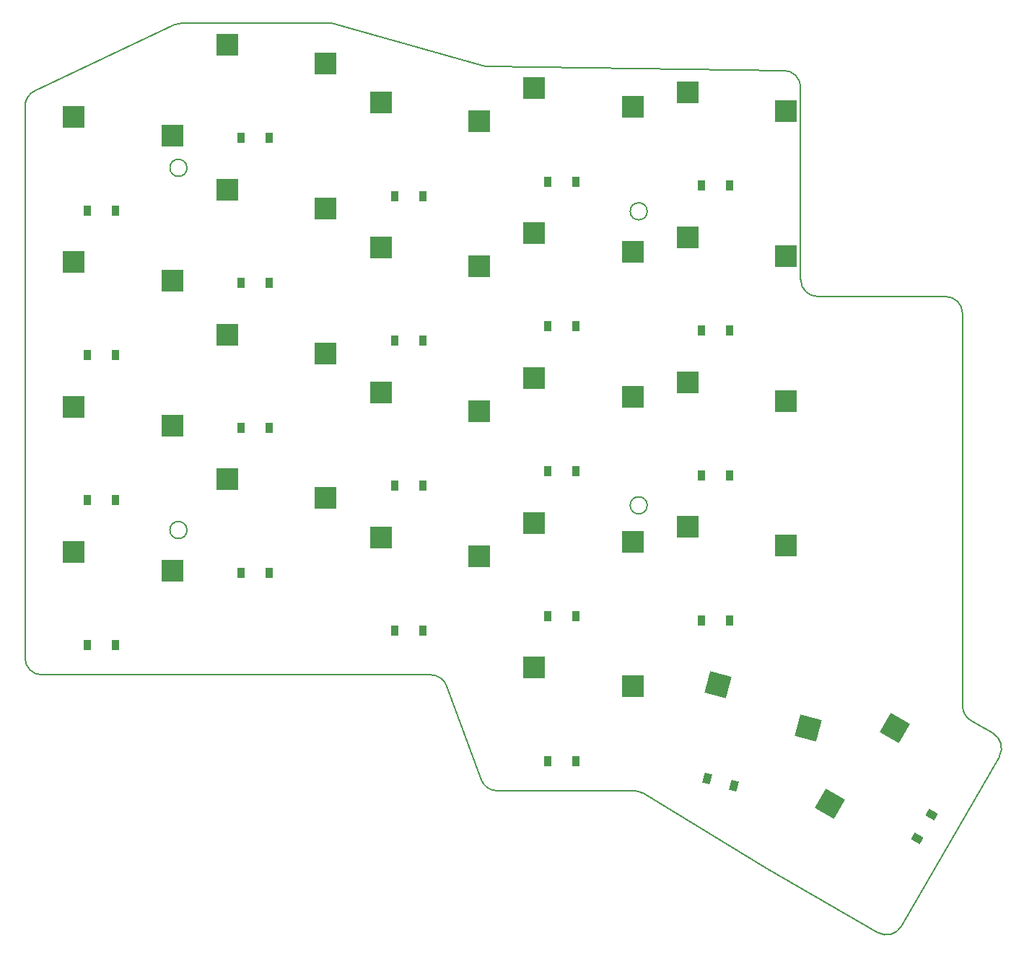
<source format=gbr>
%TF.GenerationSoftware,KiCad,Pcbnew,(6.0.0)*%
%TF.CreationDate,2022-02-05T12:05:09+01:00*%
%TF.ProjectId,samoklava2_pcb,73616d6f-6b6c-4617-9661-325f7063622e,v1.0.0*%
%TF.SameCoordinates,Original*%
%TF.FileFunction,Paste,Bot*%
%TF.FilePolarity,Positive*%
%FSLAX46Y46*%
G04 Gerber Fmt 4.6, Leading zero omitted, Abs format (unit mm)*
G04 Created by KiCad (PCBNEW (6.0.0)) date 2022-02-05 12:05:09*
%MOMM*%
%LPD*%
G01*
G04 APERTURE LIST*
G04 Aperture macros list*
%AMRotRect*
0 Rectangle, with rotation*
0 The origin of the aperture is its center*
0 $1 length*
0 $2 width*
0 $3 Rotation angle, in degrees counterclockwise*
0 Add horizontal line*
21,1,$1,$2,0,0,$3*%
G04 Aperture macros list end*
%TA.AperFunction,Profile*%
%ADD10C,0.150000*%
%TD*%
%ADD11R,2.600000X2.600000*%
%ADD12RotRect,0.900000X1.200000X345.000000*%
%ADD13R,0.900000X1.200000*%
%ADD14RotRect,2.600000X2.600000X345.000000*%
%ADD15RotRect,0.900000X1.200000X60.000000*%
%ADD16RotRect,2.600000X2.600000X60.000000*%
G04 APERTURE END LIST*
D10*
X101000000Y33900000D02*
G75*
G03*
X99000000Y35900000I-1999999J1D01*
G01*
X101000000Y-12141090D02*
G75*
G03*
X102000000Y-13873141I2000000J0D01*
G01*
X-9000000Y-6500000D02*
G75*
G03*
X-7000000Y-8500000I1999999J-1D01*
G01*
X-9000000Y58232663D02*
X-9000000Y-6500000D01*
X8594465Y67808497D02*
X-7854013Y60041161D01*
X44745899Y62971995D02*
X27267341Y67924253D01*
X46395588Y-22100000D02*
X62441218Y-22100000D01*
X80027025Y62426662D02*
X45264080Y62896431D01*
X40481569Y-9809869D02*
X44518431Y-20790131D01*
X78060291Y-31227935D02*
G75*
G03*
X78096935Y-31249615I1031524J1701695D01*
G01*
X-7000000Y-8500000D02*
X38604412Y-8500000D01*
X27267341Y67924253D02*
G75*
G03*
X26722136Y68000000I-545201J-1924212D01*
G01*
X78096934Y-31249614D02*
X91068878Y-38738969D01*
X26722135Y68000000D02*
X9448477Y68000000D01*
X44518431Y-20790131D02*
G75*
G03*
X46395588Y-22100000I1877157J690130D01*
G01*
X10000000Y8500000D02*
G75*
G03*
X10000000Y8500000I-1000000J0D01*
G01*
X63477862Y-22389629D02*
X78060291Y-31227935D01*
X64000000Y11400000D02*
G75*
G03*
X64000000Y11400000I-1000000J0D01*
G01*
X40481569Y-9809869D02*
G75*
G03*
X38604412Y-8500000I-1877157J-690130D01*
G01*
X99000000Y35900000D02*
X84000000Y35900000D01*
X101000000Y-12141090D02*
X101000000Y33900000D01*
X9448477Y68000000D02*
G75*
G03*
X8594464Y67808497I2J-2000006D01*
G01*
X82000000Y37900000D02*
X82000000Y60426844D01*
X10000000Y51000000D02*
G75*
G03*
X10000000Y51000000I-1000000J0D01*
G01*
X-7854013Y60041161D02*
G75*
G03*
X-9000001Y58232663I854012J-1808497D01*
G01*
X93800928Y-38006919D02*
X105300929Y-18088334D01*
X63477862Y-22389629D02*
G75*
G03*
X62441218Y-22100000I-1036646J-1710378D01*
G01*
X64000000Y45900000D02*
G75*
G03*
X64000000Y45900000I-1000000J0D01*
G01*
X105300929Y-18088334D02*
G75*
G03*
X104568878Y-15356283I-1732051J1000000D01*
G01*
X102000000Y-13873141D02*
X104568878Y-15356284D01*
X44745899Y62971995D02*
G75*
G03*
X45264080Y62896431I545202J1924232D01*
G01*
X82000001Y60426844D02*
G75*
G03*
X80027025Y62426661I-2000001J-1D01*
G01*
X91068878Y-38738969D02*
G75*
G03*
X93800928Y-38006919I1000000J1732050D01*
G01*
X82000000Y37900000D02*
G75*
G03*
X84000000Y35900000I1999999J-1D01*
G01*
D11*
%TO.C,S9*%
X32725000Y7650000D03*
X44275000Y5450000D03*
%TD*%
%TO.C,S6*%
X14725000Y31450000D03*
X26275000Y29250000D03*
%TD*%
%TO.C,S8*%
X14725000Y65450000D03*
X26275000Y63250000D03*
%TD*%
%TO.C,S4*%
X-3275000Y56950000D03*
X8275000Y54750000D03*
%TD*%
D12*
%TO.C,D22*%
X71005421Y-20621580D03*
X74192977Y-21475682D03*
%TD*%
D13*
%TO.C,D15*%
X52350000Y32400000D03*
X55650000Y32400000D03*
%TD*%
%TO.C,D6*%
X16350000Y20500000D03*
X19650000Y20500000D03*
%TD*%
%TO.C,D10*%
X34350000Y13700000D03*
X37650000Y13700000D03*
%TD*%
D11*
%TO.C,S21*%
X50725000Y-7650000D03*
X62275000Y-9850000D03*
%TD*%
D13*
%TO.C,D16*%
X52350000Y49400000D03*
X55650000Y49400000D03*
%TD*%
%TO.C,D11*%
X34350000Y30700000D03*
X37650000Y30700000D03*
%TD*%
D11*
%TO.C,S19*%
X68725000Y42850000D03*
X80275000Y40650000D03*
%TD*%
D13*
%TO.C,D17*%
X70350000Y-2100000D03*
X73650000Y-2100000D03*
%TD*%
D11*
%TO.C,S15*%
X50725000Y43350000D03*
X62275000Y41150000D03*
%TD*%
%TO.C,S1*%
X-3275000Y5950000D03*
X8275000Y3750000D03*
%TD*%
D14*
%TO.C,S22*%
X72269860Y-9624111D03*
X82856902Y-14738508D03*
%TD*%
D13*
%TO.C,D20*%
X70350000Y48900000D03*
X73650000Y48900000D03*
%TD*%
D11*
%TO.C,S13*%
X50725000Y9350000D03*
X62275000Y7150000D03*
%TD*%
%TO.C,S3*%
X-3275000Y39950000D03*
X8275000Y37750000D03*
%TD*%
D13*
%TO.C,D18*%
X70350000Y14900000D03*
X73650000Y14900000D03*
%TD*%
%TO.C,D7*%
X16350000Y37500000D03*
X19650000Y37500000D03*
%TD*%
%TO.C,D13*%
X52350000Y-1600000D03*
X55650000Y-1600000D03*
%TD*%
%TO.C,D4*%
X-1650000Y46000000D03*
X1650000Y46000000D03*
%TD*%
D15*
%TO.C,D23*%
X95694840Y-27726569D03*
X97344840Y-24868685D03*
%TD*%
D13*
%TO.C,D21*%
X52350000Y-18600000D03*
X55650000Y-18600000D03*
%TD*%
%TO.C,D14*%
X52350000Y15400000D03*
X55650000Y15400000D03*
%TD*%
D11*
%TO.C,S7*%
X14725000Y48450000D03*
X26275000Y46250000D03*
%TD*%
%TO.C,S11*%
X32725000Y41650000D03*
X44275000Y39450000D03*
%TD*%
D13*
%TO.C,D9*%
X34350000Y-3300000D03*
X37650000Y-3300000D03*
%TD*%
D11*
%TO.C,S12*%
X32725000Y58650000D03*
X44275000Y56450000D03*
%TD*%
D13*
%TO.C,D12*%
X34350000Y47700000D03*
X37650000Y47700000D03*
%TD*%
D11*
%TO.C,S2*%
X-3275000Y22950000D03*
X8275000Y20750000D03*
%TD*%
D13*
%TO.C,D1*%
X-1650000Y-5000000D03*
X1650000Y-5000000D03*
%TD*%
D16*
%TO.C,S23*%
X85399362Y-23658860D03*
X93079618Y-14756267D03*
%TD*%
D13*
%TO.C,D8*%
X16350000Y54500000D03*
X19650000Y54500000D03*
%TD*%
%TO.C,D5*%
X16350000Y3500000D03*
X19650000Y3500000D03*
%TD*%
%TO.C,D19*%
X70350000Y31900000D03*
X73650000Y31900000D03*
%TD*%
D11*
%TO.C,S5*%
X14725000Y14450000D03*
X26275000Y12250000D03*
%TD*%
%TO.C,S17*%
X68725000Y8850000D03*
X80275000Y6650000D03*
%TD*%
%TO.C,S20*%
X68725000Y59850000D03*
X80275000Y57650000D03*
%TD*%
%TO.C,S10*%
X32725000Y24650000D03*
X44275000Y22450000D03*
%TD*%
%TO.C,S16*%
X50725000Y60350000D03*
X62275000Y58150000D03*
%TD*%
%TO.C,S14*%
X50725000Y26350000D03*
X62275000Y24150000D03*
%TD*%
D13*
%TO.C,D2*%
X-1650000Y12000000D03*
X1650000Y12000000D03*
%TD*%
D11*
%TO.C,S18*%
X68725000Y25850000D03*
X80275000Y23650000D03*
%TD*%
D13*
%TO.C,D3*%
X-1650000Y29000000D03*
X1650000Y29000000D03*
%TD*%
M02*

</source>
